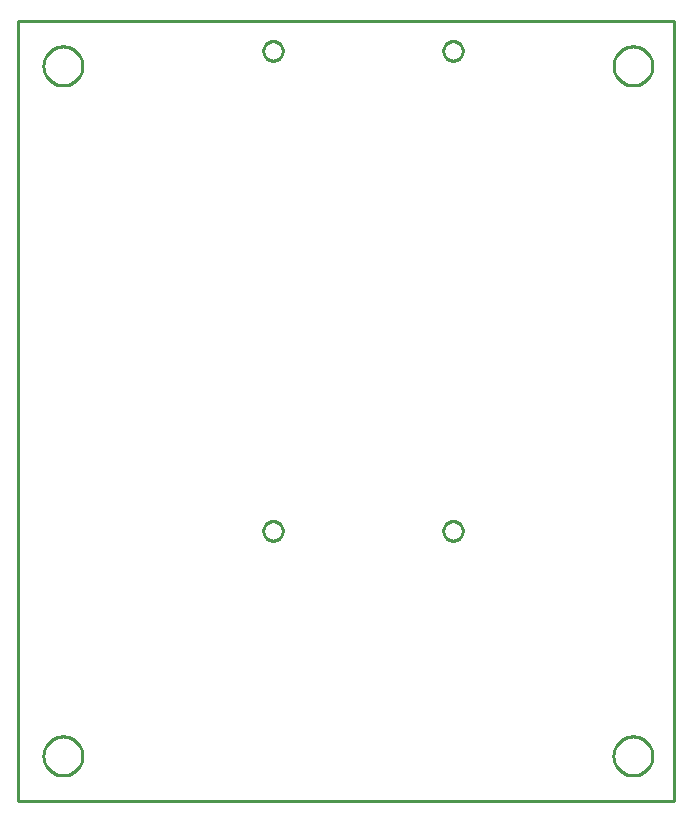
<source format=gbr>
G04 EAGLE Gerber RS-274X export*
G75*
%MOMM*%
%FSLAX34Y34*%
%LPD*%
%IN*%
%IPPOS*%
%AMOC8*
5,1,8,0,0,1.08239X$1,22.5*%
G01*
%ADD10C,0.254000*%


D10*
X279400Y38100D02*
X834900Y38100D01*
X834900Y698400D01*
X279400Y698400D01*
X279400Y38100D01*
X334007Y659860D02*
X333937Y658781D01*
X333796Y657710D01*
X333585Y656650D01*
X333305Y655606D01*
X332958Y654582D01*
X332544Y653584D01*
X332066Y652614D01*
X331526Y651678D01*
X330925Y650780D01*
X330267Y649922D01*
X329555Y649110D01*
X328790Y648345D01*
X327978Y647633D01*
X327120Y646975D01*
X326222Y646374D01*
X325286Y645834D01*
X324316Y645356D01*
X323318Y644942D01*
X322294Y644595D01*
X321250Y644315D01*
X320190Y644104D01*
X319119Y643963D01*
X318040Y643893D01*
X316960Y643893D01*
X315881Y643963D01*
X314810Y644104D01*
X313750Y644315D01*
X312706Y644595D01*
X311682Y644942D01*
X310684Y645356D01*
X309714Y645834D01*
X308778Y646374D01*
X307880Y646975D01*
X307022Y647633D01*
X306210Y648345D01*
X305445Y649110D01*
X304733Y649922D01*
X304075Y650780D01*
X303474Y651678D01*
X302934Y652614D01*
X302456Y653584D01*
X302042Y654582D01*
X301695Y655606D01*
X301415Y656650D01*
X301204Y657710D01*
X301063Y658781D01*
X300993Y659860D01*
X300993Y660940D01*
X301063Y662019D01*
X301204Y663090D01*
X301415Y664150D01*
X301695Y665194D01*
X302042Y666218D01*
X302456Y667216D01*
X302934Y668186D01*
X303474Y669122D01*
X304075Y670020D01*
X304733Y670878D01*
X305445Y671690D01*
X306210Y672455D01*
X307022Y673167D01*
X307880Y673825D01*
X308778Y674426D01*
X309714Y674966D01*
X310684Y675444D01*
X311682Y675858D01*
X312706Y676205D01*
X313750Y676485D01*
X314810Y676696D01*
X315881Y676837D01*
X316960Y676907D01*
X318040Y676907D01*
X319119Y676837D01*
X320190Y676696D01*
X321250Y676485D01*
X322294Y676205D01*
X323318Y675858D01*
X324316Y675444D01*
X325286Y674966D01*
X326222Y674426D01*
X327120Y673825D01*
X327978Y673167D01*
X328790Y672455D01*
X329555Y671690D01*
X330267Y670878D01*
X330925Y670020D01*
X331526Y669122D01*
X332066Y668186D01*
X332544Y667216D01*
X332958Y666218D01*
X333305Y665194D01*
X333585Y664150D01*
X333796Y663090D01*
X333937Y662019D01*
X334007Y660940D01*
X334007Y659860D01*
X334007Y75660D02*
X333937Y74581D01*
X333796Y73510D01*
X333585Y72450D01*
X333305Y71406D01*
X332958Y70382D01*
X332544Y69384D01*
X332066Y68414D01*
X331526Y67478D01*
X330925Y66580D01*
X330267Y65722D01*
X329555Y64910D01*
X328790Y64145D01*
X327978Y63433D01*
X327120Y62775D01*
X326222Y62174D01*
X325286Y61634D01*
X324316Y61156D01*
X323318Y60742D01*
X322294Y60395D01*
X321250Y60115D01*
X320190Y59904D01*
X319119Y59763D01*
X318040Y59693D01*
X316960Y59693D01*
X315881Y59763D01*
X314810Y59904D01*
X313750Y60115D01*
X312706Y60395D01*
X311682Y60742D01*
X310684Y61156D01*
X309714Y61634D01*
X308778Y62174D01*
X307880Y62775D01*
X307022Y63433D01*
X306210Y64145D01*
X305445Y64910D01*
X304733Y65722D01*
X304075Y66580D01*
X303474Y67478D01*
X302934Y68414D01*
X302456Y69384D01*
X302042Y70382D01*
X301695Y71406D01*
X301415Y72450D01*
X301204Y73510D01*
X301063Y74581D01*
X300993Y75660D01*
X300993Y76740D01*
X301063Y77819D01*
X301204Y78890D01*
X301415Y79950D01*
X301695Y80994D01*
X302042Y82018D01*
X302456Y83016D01*
X302934Y83986D01*
X303474Y84922D01*
X304075Y85820D01*
X304733Y86678D01*
X305445Y87490D01*
X306210Y88255D01*
X307022Y88967D01*
X307880Y89625D01*
X308778Y90226D01*
X309714Y90766D01*
X310684Y91244D01*
X311682Y91658D01*
X312706Y92005D01*
X313750Y92285D01*
X314810Y92496D01*
X315881Y92637D01*
X316960Y92707D01*
X318040Y92707D01*
X319119Y92637D01*
X320190Y92496D01*
X321250Y92285D01*
X322294Y92005D01*
X323318Y91658D01*
X324316Y91244D01*
X325286Y90766D01*
X326222Y90226D01*
X327120Y89625D01*
X327978Y88967D01*
X328790Y88255D01*
X329555Y87490D01*
X330267Y86678D01*
X330925Y85820D01*
X331526Y84922D01*
X332066Y83986D01*
X332544Y83016D01*
X332958Y82018D01*
X333305Y80994D01*
X333585Y79950D01*
X333796Y78890D01*
X333937Y77819D01*
X334007Y76740D01*
X334007Y75660D01*
X816597Y659860D02*
X816527Y658782D01*
X816386Y657711D01*
X816175Y656652D01*
X815895Y655609D01*
X815548Y654586D01*
X815135Y653588D01*
X814657Y652619D01*
X814117Y651684D01*
X813517Y650786D01*
X812859Y649929D01*
X812147Y649117D01*
X811383Y648353D01*
X810571Y647641D01*
X809714Y646983D01*
X808816Y646383D01*
X807881Y645843D01*
X806912Y645365D01*
X805914Y644952D01*
X804891Y644605D01*
X803848Y644325D01*
X802789Y644114D01*
X801718Y643973D01*
X800640Y643903D01*
X799560Y643903D01*
X798482Y643973D01*
X797411Y644114D01*
X796352Y644325D01*
X795309Y644605D01*
X794286Y644952D01*
X793288Y645365D01*
X792319Y645843D01*
X791384Y646383D01*
X790486Y646983D01*
X789629Y647641D01*
X788817Y648353D01*
X788053Y649117D01*
X787341Y649929D01*
X786683Y650786D01*
X786083Y651684D01*
X785543Y652619D01*
X785065Y653588D01*
X784652Y654586D01*
X784305Y655609D01*
X784025Y656652D01*
X783814Y657711D01*
X783673Y658782D01*
X783603Y659860D01*
X783603Y660940D01*
X783673Y662018D01*
X783814Y663089D01*
X784025Y664148D01*
X784305Y665191D01*
X784652Y666214D01*
X785065Y667212D01*
X785543Y668181D01*
X786083Y669116D01*
X786683Y670014D01*
X787341Y670871D01*
X788053Y671683D01*
X788817Y672447D01*
X789629Y673159D01*
X790486Y673817D01*
X791384Y674417D01*
X792319Y674957D01*
X793288Y675435D01*
X794286Y675848D01*
X795309Y676195D01*
X796352Y676475D01*
X797411Y676686D01*
X798482Y676827D01*
X799560Y676897D01*
X800640Y676897D01*
X801718Y676827D01*
X802789Y676686D01*
X803848Y676475D01*
X804891Y676195D01*
X805914Y675848D01*
X806912Y675435D01*
X807881Y674957D01*
X808816Y674417D01*
X809714Y673817D01*
X810571Y673159D01*
X811383Y672447D01*
X812147Y671683D01*
X812859Y670871D01*
X813517Y670014D01*
X814117Y669116D01*
X814657Y668181D01*
X815135Y667212D01*
X815548Y666214D01*
X815895Y665191D01*
X816175Y664148D01*
X816386Y663089D01*
X816527Y662018D01*
X816597Y660940D01*
X816597Y659860D01*
X816607Y75660D02*
X816537Y74581D01*
X816396Y73510D01*
X816185Y72450D01*
X815905Y71406D01*
X815558Y70382D01*
X815144Y69384D01*
X814666Y68414D01*
X814126Y67478D01*
X813525Y66580D01*
X812867Y65722D01*
X812155Y64910D01*
X811390Y64145D01*
X810578Y63433D01*
X809720Y62775D01*
X808822Y62174D01*
X807886Y61634D01*
X806916Y61156D01*
X805918Y60742D01*
X804894Y60395D01*
X803850Y60115D01*
X802790Y59904D01*
X801719Y59763D01*
X800640Y59693D01*
X799560Y59693D01*
X798481Y59763D01*
X797410Y59904D01*
X796350Y60115D01*
X795306Y60395D01*
X794282Y60742D01*
X793284Y61156D01*
X792314Y61634D01*
X791378Y62174D01*
X790480Y62775D01*
X789622Y63433D01*
X788810Y64145D01*
X788045Y64910D01*
X787333Y65722D01*
X786675Y66580D01*
X786074Y67478D01*
X785534Y68414D01*
X785056Y69384D01*
X784642Y70382D01*
X784295Y71406D01*
X784015Y72450D01*
X783804Y73510D01*
X783663Y74581D01*
X783593Y75660D01*
X783593Y76740D01*
X783663Y77819D01*
X783804Y78890D01*
X784015Y79950D01*
X784295Y80994D01*
X784642Y82018D01*
X785056Y83016D01*
X785534Y83986D01*
X786074Y84922D01*
X786675Y85820D01*
X787333Y86678D01*
X788045Y87490D01*
X788810Y88255D01*
X789622Y88967D01*
X790480Y89625D01*
X791378Y90226D01*
X792314Y90766D01*
X793284Y91244D01*
X794282Y91658D01*
X795306Y92005D01*
X796350Y92285D01*
X797410Y92496D01*
X798481Y92637D01*
X799560Y92707D01*
X800640Y92707D01*
X801719Y92637D01*
X802790Y92496D01*
X803850Y92285D01*
X804894Y92005D01*
X805918Y91658D01*
X806916Y91244D01*
X807886Y90766D01*
X808822Y90226D01*
X809720Y89625D01*
X810578Y88967D01*
X811390Y88255D01*
X812155Y87490D01*
X812867Y86678D01*
X813525Y85820D01*
X814126Y84922D01*
X814666Y83986D01*
X815144Y83016D01*
X815558Y82018D01*
X815905Y80994D01*
X816185Y79950D01*
X816396Y78890D01*
X816537Y77819D01*
X816607Y76740D01*
X816607Y75660D01*
X647294Y664845D02*
X646487Y664925D01*
X645692Y665083D01*
X644916Y665318D01*
X644166Y665629D01*
X643451Y666011D01*
X642777Y666462D01*
X642150Y666976D01*
X641576Y667550D01*
X641062Y668177D01*
X640611Y668851D01*
X640229Y669566D01*
X639918Y670316D01*
X639683Y671092D01*
X639525Y671887D01*
X639445Y672694D01*
X639445Y673506D01*
X639525Y674313D01*
X639683Y675108D01*
X639918Y675884D01*
X640229Y676634D01*
X640611Y677349D01*
X641062Y678023D01*
X641576Y678650D01*
X642150Y679224D01*
X642777Y679738D01*
X643451Y680189D01*
X644166Y680571D01*
X644916Y680882D01*
X645692Y681117D01*
X646487Y681276D01*
X647294Y681355D01*
X648106Y681355D01*
X648913Y681276D01*
X649708Y681117D01*
X650484Y680882D01*
X651234Y680571D01*
X651949Y680189D01*
X652623Y679738D01*
X653250Y679224D01*
X653824Y678650D01*
X654338Y678023D01*
X654789Y677349D01*
X655171Y676634D01*
X655482Y675884D01*
X655717Y675108D01*
X655876Y674313D01*
X655955Y673506D01*
X655955Y672694D01*
X655876Y671887D01*
X655717Y671092D01*
X655482Y670316D01*
X655171Y669566D01*
X654789Y668851D01*
X654338Y668177D01*
X653824Y667550D01*
X653250Y666976D01*
X652623Y666462D01*
X651949Y666011D01*
X651234Y665629D01*
X650484Y665318D01*
X649708Y665083D01*
X648913Y664925D01*
X648106Y664845D01*
X647294Y664845D01*
X494894Y664845D02*
X494087Y664925D01*
X493292Y665083D01*
X492516Y665318D01*
X491766Y665629D01*
X491051Y666011D01*
X490377Y666462D01*
X489750Y666976D01*
X489176Y667550D01*
X488662Y668177D01*
X488211Y668851D01*
X487829Y669566D01*
X487518Y670316D01*
X487283Y671092D01*
X487125Y671887D01*
X487045Y672694D01*
X487045Y673506D01*
X487125Y674313D01*
X487283Y675108D01*
X487518Y675884D01*
X487829Y676634D01*
X488211Y677349D01*
X488662Y678023D01*
X489176Y678650D01*
X489750Y679224D01*
X490377Y679738D01*
X491051Y680189D01*
X491766Y680571D01*
X492516Y680882D01*
X493292Y681117D01*
X494087Y681276D01*
X494894Y681355D01*
X495706Y681355D01*
X496513Y681276D01*
X497308Y681117D01*
X498084Y680882D01*
X498834Y680571D01*
X499549Y680189D01*
X500223Y679738D01*
X500850Y679224D01*
X501424Y678650D01*
X501938Y678023D01*
X502389Y677349D01*
X502771Y676634D01*
X503082Y675884D01*
X503317Y675108D01*
X503476Y674313D01*
X503555Y673506D01*
X503555Y672694D01*
X503476Y671887D01*
X503317Y671092D01*
X503082Y670316D01*
X502771Y669566D01*
X502389Y668851D01*
X501938Y668177D01*
X501424Y667550D01*
X500850Y666976D01*
X500223Y666462D01*
X499549Y666011D01*
X498834Y665629D01*
X498084Y665318D01*
X497308Y665083D01*
X496513Y664925D01*
X495706Y664845D01*
X494894Y664845D01*
X494894Y258445D02*
X494087Y258525D01*
X493292Y258683D01*
X492516Y258918D01*
X491766Y259229D01*
X491051Y259611D01*
X490377Y260062D01*
X489750Y260576D01*
X489176Y261150D01*
X488662Y261777D01*
X488211Y262451D01*
X487829Y263166D01*
X487518Y263916D01*
X487283Y264692D01*
X487125Y265487D01*
X487045Y266294D01*
X487045Y267106D01*
X487125Y267913D01*
X487283Y268708D01*
X487518Y269484D01*
X487829Y270234D01*
X488211Y270949D01*
X488662Y271623D01*
X489176Y272250D01*
X489750Y272824D01*
X490377Y273338D01*
X491051Y273789D01*
X491766Y274171D01*
X492516Y274482D01*
X493292Y274717D01*
X494087Y274876D01*
X494894Y274955D01*
X495706Y274955D01*
X496513Y274876D01*
X497308Y274717D01*
X498084Y274482D01*
X498834Y274171D01*
X499549Y273789D01*
X500223Y273338D01*
X500850Y272824D01*
X501424Y272250D01*
X501938Y271623D01*
X502389Y270949D01*
X502771Y270234D01*
X503082Y269484D01*
X503317Y268708D01*
X503476Y267913D01*
X503555Y267106D01*
X503555Y266294D01*
X503476Y265487D01*
X503317Y264692D01*
X503082Y263916D01*
X502771Y263166D01*
X502389Y262451D01*
X501938Y261777D01*
X501424Y261150D01*
X500850Y260576D01*
X500223Y260062D01*
X499549Y259611D01*
X498834Y259229D01*
X498084Y258918D01*
X497308Y258683D01*
X496513Y258525D01*
X495706Y258445D01*
X494894Y258445D01*
X647294Y258445D02*
X646487Y258525D01*
X645692Y258683D01*
X644916Y258918D01*
X644166Y259229D01*
X643451Y259611D01*
X642777Y260062D01*
X642150Y260576D01*
X641576Y261150D01*
X641062Y261777D01*
X640611Y262451D01*
X640229Y263166D01*
X639918Y263916D01*
X639683Y264692D01*
X639525Y265487D01*
X639445Y266294D01*
X639445Y267106D01*
X639525Y267913D01*
X639683Y268708D01*
X639918Y269484D01*
X640229Y270234D01*
X640611Y270949D01*
X641062Y271623D01*
X641576Y272250D01*
X642150Y272824D01*
X642777Y273338D01*
X643451Y273789D01*
X644166Y274171D01*
X644916Y274482D01*
X645692Y274717D01*
X646487Y274876D01*
X647294Y274955D01*
X648106Y274955D01*
X648913Y274876D01*
X649708Y274717D01*
X650484Y274482D01*
X651234Y274171D01*
X651949Y273789D01*
X652623Y273338D01*
X653250Y272824D01*
X653824Y272250D01*
X654338Y271623D01*
X654789Y270949D01*
X655171Y270234D01*
X655482Y269484D01*
X655717Y268708D01*
X655876Y267913D01*
X655955Y267106D01*
X655955Y266294D01*
X655876Y265487D01*
X655717Y264692D01*
X655482Y263916D01*
X655171Y263166D01*
X654789Y262451D01*
X654338Y261777D01*
X653824Y261150D01*
X653250Y260576D01*
X652623Y260062D01*
X651949Y259611D01*
X651234Y259229D01*
X650484Y258918D01*
X649708Y258683D01*
X648913Y258525D01*
X648106Y258445D01*
X647294Y258445D01*
M02*

</source>
